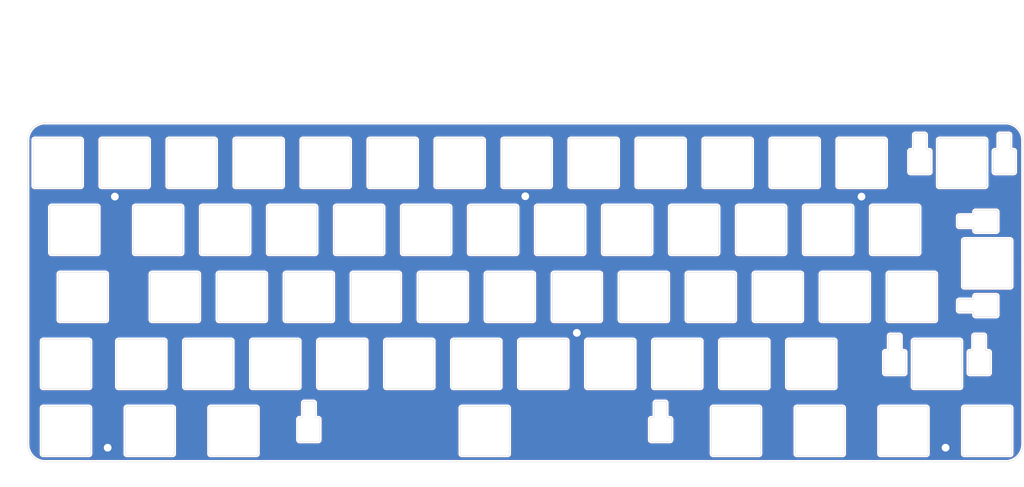
<source format=kicad_pcb>
(kicad_pcb (version 20211014) (generator pcbnew)
  (layers (0 "F.Cu" signal) (31 "B.Cu" signal) (34 "B.Paste" user) (35 "F.Paste" user) (36 "B.SilkS" user "B.Silkscreen") (37 "F.SilkS" user "F.Silkscreen") (38 "B.Mask" user) (39 "F.Mask" user) (44 "Edge.Cuts" user))
  (net 0 "")
  (net 1 "GND")
  (footprint "Env_Extras:MountingHole_2.2mm_M2_DIN965_Pad-MODIFIED" (layer "F.Cu") (at 233.15 122.85)
    (fp_text reference "H1")
    (fp_text value "MountingHole")
    (fp_circle (center 0 0) (end 1 0) (layer "Edge.Cuts") (width 0.1) (fill none))
    (pad "1" thru_hole circle (at 0 0) (size 3.8 3.8) (drill 2.2) (layers *.Cu *.Mask) (net 1 "GND"))
  )
  (footprint "Env_Extras:MountingHole_2.2mm_M2_DIN965_Pad-MODIFIED" (layer "F.Cu") (at 218.5 84)
    (fp_text reference "H9")
    (fp_text value "MountingHole")
    (fp_circle (center 0 0) (end 1 0) (layer "Edge.Cuts") (width 0.1) (fill none))
    (pad "1" thru_hole circle (at 0 0) (size 3.8 3.8) (drill 2.2) (layers *.Cu *.Mask) (net 1 "GND"))
  )
  (footprint "Env_Extras:MountingHole_2.2mm_M2_DIN965_Pad-MODIFIED" (layer "F.Cu") (at 314.1 84.1)
    (fp_text reference "H10")
    (fp_text value "MountingHole")
    (fp_circle (center 0 0) (end 1 0) (layer "Edge.Cuts") (width 0.1) (fill none))
    (pad "1" thru_hole circle (at 0 0) (size 3.8 3.8) (drill 2.2) (layers *.Cu *.Mask) (net 1 "GND"))
  )
  (footprint "Env_Extras:MountingHole_2.2mm_M2_DIN965_Pad-MODIFIED" (layer "F.Cu") (at 99.75 155.5)
    (fp_text reference "H2")
    (fp_text value "MountingHole")
    (fp_circle (center 0 0) (end 1 0) (layer "Edge.Cuts") (width 0.1) (fill none))
    (pad "1" thru_hole circle (at 0 0) (size 3.8 3.8) (drill 2.2) (layers *.Cu *.Mask) (net 1 "GND"))
  )
  (footprint "Env_Extras:MountingHole_2.2mm_M2_DIN965_Pad-MODIFIED" (layer "F.Cu") (at 101.8 84.1)
    (fp_text reference "H4")
    (fp_text value "MountingHole")
    (fp_circle (center 0 0) (end 1 0) (layer "Edge.Cuts") (width 0.1) (fill none))
    (pad "1" thru_hole circle (at 0 0) (size 3.8 3.8) (drill 2.2) (layers *.Cu *.Mask) (net 1 "GND"))
  )
  (footprint "Env_Extras:MountingHole_2.2mm_M2_DIN965_Pad-MODIFIED" (layer "F.Cu") (at 338 155.5)
    (fp_text reference "H6")
    (fp_text value "MountingHole")
    (fp_circle (center 0 0) (end 1 0) (layer "Edge.Cuts") (width 0.1) (fill none))
    (pad "1" thru_hole circle (at 0 0) (size 3.8 3.8) (drill 2.2) (layers *.Cu *.Mask) (net 1 "GND"))
  )
  (gr_arc (start 360 154.5) (mid 358.535534 158.035534) (end 355 159.5) (layer "Edge.Cuts") (width 0.1))
  (gr_arc (start 302.865194 119.621429) (mid 302.511641 119.474982) (end 302.365194 119.121429) (layer "Edge.Cuts") (width 0.1))
  (gr_arc (start 320.908944 134.721429) (mid 320.555423 134.574965) (end 320.408944 134.221429) (layer "Edge.Cuts") (width 0.1))
  (gr_line (start 140.152694 100.071429) (end 140.152694 87.071429) (layer "Edge.Cuts") (width 0.1))
  (gr_line (start 121.890194 138.671429) (end 134.890194 138.671429) (layer "Edge.Cuts") (width 0.1))
  (gr_line (start 173.777694 68.021429) (end 173.777694 81.021429) (layer "Edge.Cuts") (width 0.1))
  (gr_arc (start 99.671444 119.121429) (mid 99.524987 119.474972) (end 99.171444 119.621429) (layer "Edge.Cuts") (width 0.1))
  (gr_arc (start 96.790194 86.571429) (mid 97.143747 86.717876) (end 97.290194 87.071429) (layer "Edge.Cuts") (width 0.1))
  (gr_line (start 263.977694 81.021429) (end 263.977694 68.021429) (layer "Edge.Cuts") (width 0.1))
  (gr_line (start 117.127694 81.521429) (end 130.127694 81.521429) (layer "Edge.Cuts") (width 0.1))
  (gr_line (start 348.858944 123.221429) (end 346.258944 123.221429) (layer "Edge.Cuts") (width 0.1))
  (gr_line (start 79.027694 81.521429) (end 92.027694 81.521429) (layer "Edge.Cuts") (width 0.1))
  (gr_line (start 326.208944 127.871429) (end 325.358944 127.871429) (layer "Edge.Cuts") (width 0.1))
  (gr_arc (start 155.227694 81.521429) (mid 154.874141 81.374982) (end 154.727694 81.021429) (layer "Edge.Cuts") (width 0.1))
  (gr_arc (start 211.877694 68.021429) (mid 212.024141 67.667876) (end 212.377694 67.521429) (layer "Edge.Cuts") (width 0.1))
  (gr_line (start 178.252694 100.071429) (end 178.252694 87.071429) (layer "Edge.Cuts") (width 0.1))
  (gr_line (start 356.846444 109.596429) (end 356.846444 96.596429) (layer "Edge.Cuts") (width 0.1))
  (gr_line (start 163.465194 105.621429) (end 150.465194 105.621429) (layer "Edge.Cuts") (width 0.1))
  (gr_line (start 346.046444 113.296429) (end 341.896444 113.296429) (layer "Edge.Cuts") (width 0.1))
  (gr_line (start 174.277694 81.521429) (end 187.277694 81.521429) (layer "Edge.Cuts") (width 0.1))
  (gr_arc (start 352.896444 93.746429) (mid 352.75 94.1) (end 352.396444 94.246429) (layer "Edge.Cuts") (width 0.1))
  (gr_arc (start 332.002694 66.071429) (mid 332.356247 66.217876) (end 332.502694 66.571429) (layer "Edge.Cuts") (width 0.1))
  (gr_arc (start 330.152694 86.571429) (mid 330.506247 86.717876) (end 330.652694 87.071429) (layer "Edge.Cuts") (width 0.1))
  (gr_line (start 142.033944 143.721429) (end 129.033944 143.721429) (layer "Edge.Cuts") (width 0.1))
  (gr_line (start 283.315194 106.121429) (end 283.315194 119.121429) (layer "Edge.Cuts") (width 0.1))
  (gr_line (start 154.440194 138.171429) (end 154.440194 125.171429) (layer "Edge.Cuts") (width 0.1))
  (gr_line (start 111.577694 81.021429) (end 111.577694 68.021429) (layer "Edge.Cuts") (width 0.1))
  (gr_arc (start 107.602694 100.571429) (mid 107.249141 100.424982) (end 107.102694 100.071429) (layer "Edge.Cuts") (width 0.1))
  (gr_line (start 168.727694 81.021429) (end 168.727694 68.021429) (layer "Edge.Cuts") (width 0.1))
  (gr_arc (start 187.277694 67.521429) (mid 187.631247 67.667876) (end 187.777694 68.021429) (layer "Edge.Cuts") (width 0.1))
  (gr_line (start 245.715194 119.621429) (end 258.715194 119.621429) (layer "Edge.Cuts") (width 0.1))
  (gr_arc (start 346.546444 94.246429) (mid 346.192923 94.099965) (end 346.046444 93.746429) (layer "Edge.Cuts") (width 0.1))
  (gr_line (start 320.408944 128.371429) (end 320.408944 134.221429) (layer "Edge.Cuts") (width 0.1))
  (gr_line (start 217.140194 138.671429) (end 230.140194 138.671429) (layer "Edge.Cuts") (width 0.1))
  (gr_line (start 172.990194 124.671429) (end 159.990194 124.671429) (layer "Edge.Cuts") (width 0.1))
  (gr_line (start 140.440194 125.171429) (end 140.440194 138.171429) (layer "Edge.Cuts") (width 0.1))
  (gr_arc (start 341.896444 92.896429) (mid 341.542923 92.749965) (end 341.396444 92.396429) (layer "Edge.Cuts") (width 0.1))
  (gr_line (start 107.102694 87.071429) (end 107.102694 100.071429) (layer "Edge.Cuts") (width 0.1))
  (gr_line (start 230.140194 124.671429) (end 217.140194 124.671429) (layer "Edge.Cuts") (width 0.1))
  (gr_arc (start 316.365194 119.121429) (mid 316.218747 119.474982) (end 315.865194 119.621429) (layer "Edge.Cuts") (width 0.1))
  (gr_line (start 327.552694 71.221429) (end 327.552694 77.071429) (layer "Edge.Cuts") (width 0.1))
  (gr_line (start 341.396444 113.796429) (end 341.396444 116.396429) (layer "Edge.Cuts") (width 0.1))
  (gr_arc (start 357.852694 77.071429) (mid 357.706247 77.424982) (end 357.352694 77.571429) (layer "Edge.Cuts") (width 0.1))
  (gr_arc (start 177.752694 86.571429) (mid 178.106247 86.717876) (end 178.252694 87.071429) (layer "Edge.Cuts") (width 0.1))
  (gr_line (start 115.840194 124.671429) (end 102.840194 124.671429) (layer "Edge.Cuts") (width 0.1))
  (gr_line (start 99.171444 105.621429) (end 86.171444 105.621429) (layer "Edge.Cuts") (width 0.1))
  (gr_line (start 173.490194 138.171429) (end 173.490194 125.171429) (layer "Edge.Cuts") (width 0.1))
  (gr_arc (start 283.315194 106.121429) (mid 283.461641 105.767876) (end 283.815194 105.621429) (layer "Edge.Cuts") (width 0.1))
  (gr_arc (start 117.127694 81.521429) (mid 116.774141 81.374982) (end 116.627694 81.021429) (layer "Edge.Cuts") (width 0.1))
  (gr_arc (start 188.565194 119.621429) (mid 188.211641 119.474982) (end 188.065194 119.121429) (layer "Edge.Cuts") (width 0.1))
  (gr_arc (start 346.546444 118.246429) (mid 346.192923 118.099965) (end 346.046444 117.746429) (layer "Edge.Cuts") (width 0.1))
  (gr_arc (start 328.902694 66.571429) (mid 329.049141 66.217876) (end 329.402694 66.071429) (layer "Edge.Cuts") (width 0.1))
  (gr_arc (start 258.715194 105.621429) (mid 259.068747 105.767876) (end 259.215194 106.121429) (layer "Edge.Cuts") (width 0.1))
  (gr_line (start 342.846444 144.221429) (end 342.846444 157.221429) (layer "Edge.Cuts") (width 0.1))
  (gr_line (start 356.502694 70.721429) (end 356.502694 66.571429) (layer "Edge.Cuts") (width 0.1))
  (gr_line (start 332.502694 70.721429) (end 332.502694 66.571429) (layer "Edge.Cuts") (width 0.1))
  (gr_line (start 121.102694 100.071429) (end 121.102694 87.071429) (layer "Edge.Cuts") (width 0.1))
  (gr_line (start 183.015194 119.121429) (end 183.015194 106.121429) (layer "Edge.Cuts") (width 0.1))
  (gr_line (start 118.221444 143.721429) (end 105.221444 143.721429) (layer "Edge.Cuts") (width 0.1))
  (gr_arc (start 344.408944 128.371429) (mid 344.555388 128.017858) (end 344.908944 127.871429) (layer "Edge.Cuts") (width 0.1))
  (gr_arc (start 344.908944 134.721429) (mid 344.555423 134.574965) (end 344.408944 134.221429) (layer "Edge.Cuts") (width 0.1))
  (gr_arc (start 333.352694 70.721429) (mid 333.706247 70.867876) (end 333.852694 71.221429) (layer "Edge.Cuts") (width 0.1))
  (gr_arc (start 316.652694 87.071429) (mid 316.799141 86.717876) (end 317.152694 86.571429) (layer "Edge.Cuts") (width 0.1))
  (gr_line (start 96.790194 86.571429) (end 83.790194 86.571429) (layer "Edge.Cuts") (width 0.1))
  (gr_arc (start 193.327694 81.521429) (mid 192.974141 81.374982) (end 192.827694 81.021429) (layer "Edge.Cuts") (width 0.1))
  (gr_line (start 182.515194 105.621429) (end 169.515194 105.621429) (layer "Edge.Cuts") (width 0.1))
  (gr_arc (start 249.690194 138.171429) (mid 249.543747 138.524982) (end 249.190194 138.671429) (layer "Edge.Cuts") (width 0.1))
  (gr_arc (start 202.352694 87.071429) (mid 202.499141 86.717876) (end 202.852694 86.571429) (layer "Edge.Cuts") (width 0.1))
  (gr_arc (start 352.896444 117.746429) (mid 352.75 118.1) (end 352.396444 118.246429) (layer "Edge.Cuts") (width 0.1))
  (gr_line (start 292.840194 125.171429) (end 292.840194 138.171429) (layer "Edge.Cuts") (width 0.1))
  (gr_arc (start 164.252694 87.071429) (mid 164.399141 86.717876) (end 164.752694 86.571429) (layer "Edge.Cuts") (width 0.1))
  (gr_arc (start 168.727694 81.021429) (mid 168.581247 81.374982) (end 168.227694 81.521429) (layer "Edge.Cuts") (width 0.1))
  (gr_line (start 149.965194 106.121429) (end 149.965194 119.121429) (layer "Edge.Cuts") (width 0.1))
  (gr_arc (start 235.402694 100.071429) (mid 235.256247 100.424982) (end 234.902694 100.571429) (layer "Edge.Cuts") (width 0.1))
  (gr_line (start 97.290194 100.071429) (end 97.290194 87.071429) (layer "Edge.Cuts") (width 0.1))
  (gr_line (start 213.971444 157.221429) (end 213.971444 144.221429) (layer "Edge.Cuts") (width 0.1))
  (gr_line (start 302.865194 119.621429) (end 315.865194 119.621429) (layer "Edge.Cuts") (width 0.1))
  (gr_line (start 196.802694 86.571429) (end 183.802694 86.571429) (layer "Edge.Cuts") (width 0.1))
  (gr_arc (start 126.652694 100.571429) (mid 126.299141 100.424982) (end 126.152694 100.071429) (layer "Edge.Cuts") (width 0.1))
  (gr_arc (start 334.915194 105.621429) (mid 335.268747 105.767876) (end 335.415194 106.121429) (layer "Edge.Cuts") (width 0.1))
  (gr_arc (start 288.077694 68.021429) (mid 288.224141 67.667876) (end 288.577694 67.521429) (layer "Edge.Cuts") (width 0.1))
  (gr_arc (start 163.465194 105.621429) (mid 163.818747 105.767876) (end 163.965194 106.121429) (layer "Edge.Cuts") (width 0.1))
  (gr_line (start 139.652694 86.571429) (end 126.652694 86.571429) (layer "Edge.Cuts") (width 0.1))
  (gr_arc (start 244.427694 67.521429) (mid 244.781247 67.667876) (end 244.927694 68.021429) (layer "Edge.Cuts") (width 0.1))
  (gr_arc (start 145.702694 100.571429) (mid 145.349141 100.424982) (end 145.202694 100.071429) (layer "Edge.Cuts") (width 0.1))
  (gr_line (start 311.602694 100.071429) (end 311.602694 87.071429) (layer "Edge.Cuts") (width 0.1))
  (gr_arc (start 216.352694 100.071429) (mid 216.206247 100.424982) (end 215.852694 100.571429) (layer "Edge.Cuts") (width 0.1))
  (gr_line (start 273.002694 86.571429) (end 260.002694 86.571429) (layer "Edge.Cuts") (width 0.1))
  (gr_arc (start 111.865194 106.121429) (mid 112.011641 105.767876) (end 112.365194 105.621429) (layer "Edge.Cuts") (width 0.1))
  (gr_line (start 135.390194 138.171429) (end 135.390194 125.171429) (layer "Edge.Cuts") (width 0.1))
  (gr_arc (start 346.046444 88.446429) (mid 346.192888 88.092858) (end 346.546444 87.946429) (layer "Edge.Cuts") (width 0.1))
  (gr_line (start 240.452694 87.071429) (end 240.452694 100.071429) (layer "Edge.Cuts") (width 0.1))
  (gr_line (start 153.940194 124.671429) (end 140.940194 124.671429) (layer "Edge.Cuts") (width 0.1))
  (gr_arc (start 135.677694 68.021429) (mid 135.824141 67.667876) (end 136.177694 67.521429) (layer "Edge.Cuts") (width 0.1))
  (gr_line (start 154.727694 68.021429) (end 154.727694 81.021429) (layer "Edge.Cuts") (width 0.1))
  (gr_arc (start 285.408944 157.221429) (mid 285.262487 157.574972) (end 284.908944 157.721429) (layer "Edge.Cuts") (width 0.1))
  (gr_line (start 144.915194 119.121429) (end 144.915194 106.121429) (layer "Edge.Cuts") (width 0.1))
  (gr_arc (start 197.302694 100.071429) (mid 197.156247 100.424982) (end 196.802694 100.571429) (layer "Edge.Cuts") (width 0.1))
  (gr_arc (start 274.290194 138.671429) (mid 273.936641 138.524982) (end 273.790194 138.171429) (layer "Edge.Cuts") (width 0.1))
  (gr_line (start 277.765194 105.621429) (end 264.765194 105.621429) (layer "Edge.Cuts") (width 0.1))
  (gr_arc (start 169.015194 106.121429) (mid 169.161641 105.767876) (end 169.515194 105.621429) (layer "Edge.Cuts") (width 0.1))
  (gr_arc (start 158.702694 86.571429) (mid 159.056247 86.717876) (end 159.202694 87.071429) (layer "Edge.Cuts") (width 0.1))
  (gr_arc (start 278.552694 87.071429) (mid 278.699141 86.717876) (end 279.052694 86.571429) (layer "Edge.Cuts") (width 0.1))
  (gr_line (start 336.202694 81.521429) (end 349.202694 81.521429) (layer "Edge.Cuts") (width 0.1))
  (gr_arc (start 342.558944 138.171429) (mid 342.4125 138.525) (end 342.058944 138.671429) (layer "Edge.Cuts") (width 0.1))
  (gr_line (start 249.690194 138.171429) (end 249.690194 125.171429) (layer "Edge.Cuts") (width 0.1))
  (gr_arc (start 82 159.5) (mid 78.464466 158.035534) (end 77 154.5) (layer "Edge.Cuts") (width 0.1))
  (gr_arc (start 324.858944 123.221429) (mid 325.212465 123.367893) (end 325.358944 123.721429) (layer "Edge.Cuts") (width 0.1))
  (gr_arc (start 311.102694 86.571429) (mid 311.456247 86.717876) (end 311.602694 87.071429) (layer "Edge.Cuts") (width 0.1))
  (gr_arc (start 144.415194 105.621429) (mid 144.768747 105.767876) (end 144.915194 106.121429) (layer "Edge.Cuts") (width 0.1))
  (gr_line (start 292.052694 86.571429) (end 279.052694 86.571429) (layer "Edge.Cuts") (width 0.1))
  (gr_arc (start 179.040194 138.671429) (mid 178.686641 138.524982) (end 178.540194 138.171429) (layer "Edge.Cuts") (width 0.1))
  (gr_line (start 92.527694 81.021429) (end 92.527694 68.021429) (layer "Edge.Cuts") (width 0.1))
  (gr_line (start 159.202694 100.071429) (end 159.202694 87.071429) (layer "Edge.Cuts") (width 0.1))
  (gr_line (start 197.590194 125.171429) (end 197.590194 138.171429) (layer "Edge.Cuts") (width 0.1))
  (gr_arc (start 321.415194 106.121429) (mid 321.561641 105.767876) (end 321.915194 105.621429) (layer "Edge.Cuts") (width 0.1))
  (gr_line (start 350.708944 134.221429) (end 350.708944 128.371429) (layer "Edge.Cuts") (width 0.1))
  (gr_line (start 351.552694 71.221429) (end 351.552694 77.071429) (layer "Edge.Cuts") (width 0.1))
  (gr_line (start 221.115194 119.121429) (end 221.115194 106.121429) (layer "Edge.Cuts") (width 0.1))
  (gr_line (start 131.415194 119.621429) (end 144.415194 119.621429) (layer "Edge.Cuts") (width 0.1))
  (gr_line (start 297.602694 87.071429) (end 297.602694 100.071429) (layer "Edge.Cuts") (width 0.1))
  (gr_arc (start 98.077694 81.521429) (mid 97.724141 81.374982) (end 97.577694 81.021429) (layer "Edge.Cuts") (width 0.1))
  (gr_arc (start 173.777694 68.021429) (mid 173.924141 67.667876) (end 174.277694 67.521429) (layer "Edge.Cuts") (width 0.1))
  (gr_line (start 287.290194 124.671429) (end 274.290194 124.671429) (layer "Edge.Cuts") (width 0.1))
  (gr_arc (start 221.115194 119.121429) (mid 220.968747 119.474982) (end 220.615194 119.621429) (layer "Edge.Cuts") (width 0.1))
  (gr_line (start 342.058944 124.671429) (end 329.058944 124.671429) (layer "Edge.Cuts") (width 0.1))
  (gr_line (start 330.152694 86.571429) (end 317.152694 86.571429) (layer "Edge.Cuts") (width 0.1))
  (gr_arc (start 255.240194 138.671429) (mid 254.886641 138.524982) (end 254.740194 138.171429) (layer "Edge.Cuts") (width 0.1))
  (gr_line (start 183.802694 100.571429) (end 196.802694 100.571429) (layer "Edge.Cuts") (width 0.1))
  (gr_line (start 188.565194 119.621429) (end 201.565194 119.621429) (layer "Edge.Cuts") (width 0.1))
  (gr_line (start 98.077694 81.521429) (end 111.077694 81.521429) (layer "Edge.Cuts") (width 0.1))
  (gr_line (start 298.102694 100.571429) (end 311.102694 100.571429) (layer "Edge.Cuts") (width 0.1))
  (gr_line (start 346.046444 88.446429) (end 346.046444 89.296429) (layer "Edge.Cuts") (width 0.1))
  (gr_arc (start 211.090194 124.671429) (mid 211.443747 124.817876) (end 211.590194 125.171429) (layer "Edge.Cuts") (width 0.1))
  (gr_line (start 295.221444 144.221429) (end 295.221444 157.221429) (layer "Edge.Cuts") (width 0.1))
  (gr_arc (start 253.821444 147.421429) (mid 253.967901 147.067886) (end 254.321444 146.921429) (layer "Edge.Cuts") (width 0.1))
  (gr_arc (start 121.390194 125.171429) (mid 121.536641 124.817876) (end 121.890194 124.671429) (layer "Edge.Cuts") (width 0.1))
  (gr_line (start 187.277694 67.521429) (end 174.277694 67.521429) (layer "Edge.Cuts") (width 0.1))
  (gr_line (start 345.758944 127.871429) (end 344.908944 127.871429) (layer "Edge.Cuts") (width 0.1))
  (gr_line (start 249.190194 124.671429) (end 236.190194 124.671429) (layer "Edge.Cuts") (width 0.1))
  (gr_line (start 197.302694 100.071429) (end 197.302694 87.071429) (layer "Edge.Cuts") (width 0.1))
  (gr_arc (start 349.702694 81.021429) (mid 349.556247 81.374982) (end 349.202694 81.521429) (layer "Edge.Cuts") (width 0.1))
  (gr_line (start 116.340194 138.171429) (end 116.340194 125.171429) (layer "Edge.Cuts") (width 0.1))
  (gr_arc (start 258.271444 142.271429) (mid 258.624993 142.41788) (end 258.771444 142.771429) (layer "Edge.Cuts") (width 0.1))
  (gr_line (start 164.252694 87.071429) (end 164.252694 100.071429) (layer "Edge.Cuts") (width 0.1))
  (gr_line (start 352.396444 111.946429) (end 346.546444 111.946429) (layer "Edge.Cuts") (width 0.1))
  (gr_line (start 220.615194 105.621429) (end 207.615194 105.621429) (layer "Edge.Cuts") (width 0.1))
  (gr_arc (start 174.277694 81.521429) (mid 173.924141 81.374982) (end 173.777694 81.021429) (layer "Edge.Cuts") (width 0.1))
  (gr_line (start 343.346444 157.721429) (end 356.346444 157.721429) (layer "Edge.Cuts") (width 0.1))
  (gr_arc (start 349.202694 67.521429) (mid 349.556247 67.667876) (end 349.702694 68.021429) (layer "Edge.Cuts") (width 0.1))
  (gr_arc (start 345.758944 123.721429) (mid 345.905388 123.367858) (end 346.258944 123.221429) (layer "Edge.Cuts") (width 0.1))
  (gr_arc (start 211.590194 138.171429) (mid 211.443747 138.524982) (end 211.090194 138.671429) (layer "Edge.Cuts") (width 0.1))
  (gr_line (start 274.290194 138.671429) (end 287.290194 138.671429) (layer "Edge.Cuts") (width 0.1))
  (gr_arc (start 206.827694 81.021429) (mid 206.681247 81.374982) (end 206.327694 81.521429) (layer "Edge.Cuts") (width 0.1))
  (gr_arc (start 154.321444 153.771429) (mid 153.967895 153.624978) (end 153.821444 153.271429) (layer "Edge.Cuts") (width 0.1))
  (gr_line (start 350.208944 127.871429) (end 349.358944 127.871429) (layer "Edge.Cuts") (width 0.1))
  (gr_arc (start 273.502694 100.071429) (mid 273.356247 100.424982) (end 273.002694 100.571429) (layer "Edge.Cuts") (width 0.1))
  (gr_arc (start 341.396444 89.796429) (mid 341.542888 89.442858) (end 341.896444 89.296429) (layer "Edge.Cuts") (width 0.1))
  (gr_arc (start 320.408944 128.371429) (mid 320.555388 128.017858) (end 320.908944 127.871429) (layer "Edge.Cuts") (width 0.1))
  (gr_arc (start 240.165194 119.121429) (mid 240.018747 119.474982) (end 239.665194 119.621429) (layer "Edge.Cuts") (width 0.1))
  (gr_line (start 346.046444 112.446429) (end 346.046444 113.296429) (layer "Edge.Cuts") (width 0.1))
  (gr_line (start 216.640194 125.171429) (end 216.640194 138.171429) (layer "Edge.Cuts") (width 0.1))
  (gr_line (start 168.227694 67.521429) (end 155.227694 67.521429) (layer "Edge.Cuts") (width 0.1))
  (gr_line (start 341.896444 92.896429) (end 346.046444 92.896429) (layer "Edge.Cuts") (width 0.1))
  (gr_line (start 155.227694 81.521429) (end 168.227694 81.521429) (layer "Edge.Cuts") (width 0.1))
  (gr_arc (start 183.302694 87.071429) (mid 183.449141 86.717876) (end 183.802694 86.571429) (layer "Edge.Cuts") (width 0.1))
  (gr_arc (start 173.490194 138.171429) (mid 173.343747 138.524982) (end 172.990194 138.671429) (layer "Edge.Cuts") (width 0.1))
  (gr_arc (start 268.740194 138.171429) (mid 268.593747 138.524982) (end 268.240194 138.671429) (layer "Edge.Cuts") (width 0.1))
  (gr_line (start 200.471444 157.721429) (end 213.471444 157.721429) (layer "Edge.Cuts") (width 0.1))
  (gr_arc (start 235.690194 125.171429) (mid 235.836641 124.817876) (end 236.190194 124.671429) (layer "Edge.Cuts") (width 0.1))
  (gr_line (start 135.677694 68.021429) (end 135.677694 81.021429) (layer "Edge.Cuts") (width 0.1))
  (gr_arc (start 249.977694 68.021429) (mid 250.124141 67.667876) (end 250.477694 67.521429) (layer "Edge.Cuts") (width 0.1))
  (gr_arc (start 330.652694 100.071429) (mid 330.506247 100.424982) (end 330.152694 100.571429) (layer "Edge.Cuts") (width 0.1))
  (gr_arc (start 130.127694 67.521429) (mid 130.481247 67.667876) (end 130.627694 68.021429) (layer "Edge.Cuts") (width 0.1))
  (gr_arc (start 239.665194 105.621429) (mid 240.018747 105.767876) (end 240.165194 106.121429) (layer "Edge.Cuts") (width 0.1))
  (gr_arc (start 134.890194 124.671429) (mid 135.243747 124.817876) (end 135.390194 125.171429) (layer "Edge.Cuts") (width 0.1))
  (gr_line (start 278.265194 119.121429) (end 278.265194 106.121429) (layer "Edge.Cuts") (width 0.1))
  (gr_arc (start 333.033944 157.221429) (mid 332.8875 157.575) (end 332.533944 157.721429) (layer "Edge.Cuts") (width 0.1))
  (gr_arc (start 155.171444 142.771429) (mid 155.317901 142.417886) (end 155.671444 142.271429) (layer "Edge.Cuts") (width 0.1))
  (gr_line (start 328.558944 125.171429) (end 328.558944 138.171429) (layer "Edge.Cuts") (width 0.1))
  (gr_arc (start 342.846444 96.596429) (mid 342.992888 96.242858) (end 343.346444 96.096429) (layer "Edge.Cuts") (width 0.1))
  (gr_line (start 259.215194 119.121429) (end 259.215194 106.121429) (layer "Edge.Cuts") (width 0.1))
  (gr_line (start 92.027694 67.521429) (end 79.027694 67.521429) (layer "Edge.Cuts") (width 0.1))
  (gr_arc (start 230.640194 138.171429) (mid 230.493747 138.524982) (end 230.140194 138.671429) (layer "Edge.Cuts") (width 0.1))
  (gr_arc (start 356.346444 143.721429) (mid 356.699965 143.867893) (end 356.846444 144.221429) (layer "Edge.Cuts") (width 0.1))
  (gr_arc (start 197.590194 125.171429) (mid 197.736641 124.817876) (end 198.090194 124.671429) (layer "Edge.Cuts") (width 0.1))
  (gr_arc (start 240.952694 100.571429) (mid 240.599141 100.424982) (end 240.452694 100.071429) (layer "Edge.Cuts") (width 0.1))
  (gr_line (start 134.890194 124.671429) (end 121.890194 124.671429) (layer "Edge.Cuts") (width 0.1))
  (gr_line (start 254.452694 100.071429) (end 254.452694 87.071429) (layer "Edge.Cuts") (width 0.1))
  (gr_line (start 333.852694 77.071429) (end 333.852694 71.221429) (layer "Edge.Cuts") (width 0.1))
  (gr_arc (start 140.940194 138.671429) (mid 140.586641 138.524982) (end 140.440194 138.171429) (layer "Edge.Cuts") (width 0.1))
  (gr_arc (start 99.171444 105.621429) (mid 99.524993 105.76788) (end 99.671444 106.121429) (layer "Edge.Cuts") (width 0.1))
  (gr_line (start 320.627694 67.521429) (end 307.627694 67.521429) (layer "Edge.Cuts") (width 0.1))
  (gr_line (start 302.077694 81.021429) (end 302.077694 68.021429) (layer "Edge.Cuts") (width 0.1))
  (gr_line (start 258.715194 105.621429) (end 245.715194 105.621429) (layer "Edge.Cuts") (width 0.1))
  (gr_line (start 279.052694 100.571429) (end 292.052694 100.571429) (layer "Edge.Cuts") (width 0.1))
  (gr_line (start 253.821444 147.421429) (end 253.821444 153.271429) (layer "Edge.Cuts") (width 0.1))
  (gr_line (start 126.152694 87.071429) (end 126.152694 100.071429) (layer "Edge.Cuts") (width 0.1))
  (gr_arc (start 264.765194 119.621429) (mid 264.411641 119.474982) (end 264.265194 119.121429) (layer "Edge.Cuts") (width 0.1))
  (gr_arc (start 80.908944 144.221429) (mid 81.05538 143.867865) (end 81.408944 143.721429) (layer "Edge.Cuts") (width 0.1))
  (gr_line (start 308.721444 143.721429) (end 295.721444 143.721429) (layer "Edge.Cuts") (width 0.1))
  (gr_arc (start 350.208944 127.871429) (mid 350.562465 128.017893) (end 350.708944 128.371429) (layer "Edge.Cuts") (width 0.1))
  (gr_line (start 159.490194 125.171429) (end 159.490194 138.171429) (layer "Edge.Cuts") (width 0.1))
  (gr_arc (start 321.915194 119.621429) (mid 321.561641 119.474982) (end 321.415194 119.121429) (layer "Edge.Cuts") (width 0.1))
  (gr_arc (start 351.552694 71.221429) (mid 351.699141 70.867876) (end 352.052694 70.721429) (layer "Edge.Cuts") (width 0.1))
  (gr_arc (start 140.152694 100.071429) (mid 140.006247 100.424982) (end 139.652694 100.571429) (layer "Edge.Cuts") (width 0.1))
  (gr_line (start 158.702694 86.571429) (end 145.702694 86.571429) (layer "Edge.Cuts") (width 0.1))
  (gr_line (start 80.908944 144.221429) (end 80.908944 157.221429) (layer "Edge.Cuts") (width 0.1))
  (gr_line (start 326.708944 134.221429) (end 326.708944 128.371429) (layer "Edge.Cuts") (width 0.1))
  (gr_line (start 335.702694 68.021429) (end 335.702694 81.021429) (layer "Edge.Cuts") (width 0.1))
  (gr_line (start 334.915194 105.621429) (end 321.915194 105.621429) (layer "Edge.Cuts") (width 0.1))
  (gr_arc (start 269.527694 81.521429) (mid 269.174141 81.374982) (end 269.027694 81.021429) (layer "Edge.Cuts") (width 0.1))
  (gr_line (start 325.358944 127.871429) (end 325.358944 123.721429) (layer "Edge.Cuts") (width 0.1))
  (gr_line (start 263.477694 67.521429) (end 250.477694 67.521429) (layer "Edge.Cuts") (width 0.1))
  (gr_arc (start 192.040194 124.671429) (mid 192.393747 124.817876) (end 192.540194 125.171429) (layer "Edge.Cuts") (width 0.1))
  (gr_line (start 158.271444 142.271429) (end 155.671444 142.271429) (layer "Edge.Cuts") (width 0.1))
  (gr_arc (start 94.908944 138.171429) (mid 94.762487 138.524972) (end 94.408944 138.671429) (layer "Edge.Cuts") (width 0.1))
  (gr_line (start 332.002694 66.071429) (end 329.402694 66.071429) (layer "Edge.Cuts") (width 0.1))
  (gr_line (start 349.202694 67.521429) (end 336.202694 67.521429) (layer "Edge.Cuts") (width 0.1))
  (gr_arc (start 260.002694 100.571429) (mid 259.649141 100.424982) (end 259.502694 100.071429) (layer "Edge.Cuts") (width 0.1))
  (gr_arc (start 356.846444 109.596429) (mid 356.7 109.95) (end 356.346444 110.096429) (layer "Edge.Cuts") (width 0.1))
  (gr_arc (start 102.340194 125.171429) (mid 102.486641 124.817876) (end 102.840194 124.671429) (layer "Edge.Cuts") (width 0.1))
  (gr_arc (start 352.902694 66.571429) (mid 353.049141 66.217876) (end 353.402694 66.071429) (layer "Edge.Cuts") (width 0.1))
  (gr_line (start 202.352694 87.071429) (end 202.352694 100.071429) (layer "Edge.Cuts") (width 0.1))
  (gr_line (start 118.721444 157.221429) (end 118.721444 144.221429) (layer "Edge.Cuts") (width 0.1))
  (gr_line (start 142.533944 157.221429) (end 142.533944 144.221429) (layer "Edge.Cuts") (width 0.1))
  (gr_arc (start 213.471444 143.721429) (mid 213.824993 143.86788) (end 213.971444 144.221429) (layer "Edge.Cuts") (width 0.1))
  (gr_arc (start 269.027694 68.021429) (mid 269.174141 67.667876) (end 269.527694 67.521429) (layer "Edge.Cuts") (width 0.1))
  (gr_arc (start 107.102694 87.071429) (mid 107.249141 86.717876) (end 107.602694 86.571429) (layer "Edge.Cuts") (width 0.1))
  (gr_line (start 259.502694 87.071429) (end 259.502694 100.071429) (layer "Edge.Cuts") (width 0.1))
  (gr_line (start 234.902694 86.571429) (end 221.902694 86.571429) (layer "Edge.Cuts") (width 0.1))
  (gr_arc (start 97.290194 100.071429) (mid 97.143747 100.424982) (end 96.790194 100.571429) (layer "Edge.Cuts") (width 0.1))
  (gr_arc (start 94.908944 157.221429) (mid 94.762487 157.574972) (end 94.408944 157.721429) (layer "Edge.Cuts") (width 0.1))
  (gr_line (start 145.202694 87.071429) (end 145.202694 100.071429) (layer "Edge.Cuts") (width 0.1))
  (gr_arc (start 279.052694 100.571429) (mid 278.699141 100.424982) (end 278.552694 100.071429) (layer "Edge.Cuts") (width 0.1))
  (gr_line (start 235.690194 125.171429) (end 235.690194 138.171429) (layer "Edge.Cuts") (width 0.1))
  (gr_arc (start 302.365194 106.121429) (mid 302.511641 105.767876) (end 302.865194 105.621429) (layer "Edge.Cuts") (width 0.1))
  (gr_arc (start 80.908944 125.171429) (mid 81.05538 124.817865) (end 81.408944 124.671429) (layer "Edge.Cuts") (width 0.1))
  (gr_line (start 301.577694 67.521429) (end 288.577694 67.521429) (layer "Edge.Cuts") (width 0.1))
  (gr_arc (start 198.090194 138.671429) (mid 197.736641 138.524982) (end 197.590194 138.171429) (layer "Edge.Cuts") (width 0.1))
  (gr_line (start 207.615194 119.621429) (end 220.615194 119.621429) (layer "Edge.Cuts") (width 0.1))
  (gr_arc (start 230.927694 68.021429) (mid 231.074141 67.667876) (end 231.427694 67.521429) (layer "Edge.Cuts") (width 0.1))
  (gr_arc (start 328.052694 77.571429) (mid 327.699141 77.424982) (end 327.552694 77.071429) (layer "Edge.Cuts") (width 0.1))
  (gr_line (start 126.652694 100.571429) (end 139.652694 100.571429) (layer "Edge.Cuts") (width 0.1))
  (gr_arc (start 273.002694 86.571429) (mid 273.356247 86.717876) (end 273.502694 87.071429) (layer "Edge.Cuts") (width 0.1))
  (gr_line (start 206.827694 81.021429) (end 206.827694 68.021429) (layer "Edge.Cuts") (width 0.1))
  (gr_line (start 188.065194 106.121429) (end 188.065194 119.121429) (layer "Edge.Cuts") (width 0.1))
  (gr_arc (start 259.502694 87.071429) (mid 259.649141 86.717876) (end 260.002694 86.571429) (layer "Edge.Cuts") (width 0.1))
  (gr_line (start 187.777694 81.021429) (end 187.777694 68.021429) (layer "Edge.Cuts") (width 0.1))
  (gr_arc (start 333.852694 77.071429) (mid 333.706247 77.424982) (end 333.352694 77.571429) (layer "Edge.Cuts") (width 0.1))
  (gr_arc (start 250.477694 81.521429) (mid 250.124141 81.374982) (end 249.977694 81.021429) (layer "Edge.Cuts") (width 0.1))
  (gr_arc (start 153.940194 124.671429) (mid 154.293747 124.817876) (end 154.440194 125.171429) (layer "Edge.Cuts") (width 0.1))
  (gr_arc (start 196.802694 86.571429) (mid 197.156247 86.717876) (end 197.302694 87.071429) (layer "Edge.Cuts") (width 0.1))
  (gr_arc (start 295.221444 144.221429) (mid 295.367901 143.867886) (end 295.721444 143.721429) (layer "Edge.Cuts") (width 0.1))
  (gr_line (start 94.908944 157.221429) (end 94.908944 144.221429) (layer "Edge.Cuts") (width 0.1))
  (gr_line (start 260.121444 153.271429) (end 260.121444 147.421429) (layer "Edge.Cuts") (width 0.1))
  (gr_line (start 329.058944 138.671429) (end 342.058944 138.671429) (layer "Edge.Cuts") (width 0.1))
  (gr_arc (start 225.377694 67.521429) (mid 225.731247 67.667876) (end 225.877694 68.021429) (layer "Edge.Cuts") (width 0.1))
  (gr_line (start 150.465194 119.621429) (end 163.465194 119.621429) (layer "Edge.Cuts") (width 0.1))
  (gr_line (start 344.408944 128.371429) (end 344.408944 134.221429) (layer "Edge.Cuts") (width 0.1))
  (gr_line (start 226.665194 119.621429) (end 239.665194 119.621429) (layer "Edge.Cuts") (width 0.1))
  (gr_line (start 245.215194 106.121429) (end 245.215194 119.121429) (layer "Edge.Cuts") (width 0.1))
  (gr_line (start 94.408944 143.721429) (end 81.408944 143.721429) (layer "Edge.Cuts") (width 0.1))
  (gr_line (start 240.165194 119.121429) (end 240.165194 106.121429) (layer "Edge.Cuts") (width 0.1))
  (gr_arc (start 327.552694 71.221429) (mid 327.699141 70.867876) (end 328.052694 70.721429) (layer "Edge.Cuts") (width 0.1))
  (gr_arc (start 120.602694 86.571429) (mid 120.956247 86.717876) (end 121.102694 87.071429) (layer "Edge.Cuts") (width 0.1))
  (gr_line (start 278.552694 87.071429) (end 278.552694 100.071429) (layer "Edge.Cuts") (width 0.1))
  (gr_line (start 159.990194 138.671429) (end 172.990194 138.671429) (layer "Edge.Cuts") (width 0.1))
  (gr_arc (start 142.533944 157.221429) (mid 142.387487 157.574972) (end 142.033944 157.721429) (layer "Edge.Cuts") (width 0.1))
  (gr_line (start 341.896444 116.896429) (end 346.046444 116.896429) (layer "Edge.Cuts") (width 0.1))
  (gr_line (start 273.790194 125.171429) (end 273.790194 138.171429) (layer "Edge.Cuts") (width 0.1))
  (gr_arc (start 79.027694 81.521429) (mid 78.674141 81.374982) (end 78.527694 81.021429) (layer "Edge.Cuts") (width 0.1))
  (gr_arc (start 326.208944 127.871429) (mid 326.562465 128.017893) (end 326.708944 128.371429) (layer "Edge.Cuts") (width 0.1))
  (gr_arc (start 315.865194 105.621429) (mid 316.218747 105.767876) (end 316.365194 106.121429) (layer "Edge.Cuts") (width 0.1))
  (gr_arc (start 94.408944 124.671429) (mid 94.762493 124.81788) (end 94.908944 125.171429) (layer "Edge.Cuts") (width 0.1))
  (gr_arc (start 207.615194 119.621429) (mid 207.261641 119.474982) (end 207.115194 119.121429) (layer "Edge.Cuts") (width 0.1))
  (gr_line (start 226.165194 106.121429) (end 226.165194 119.121429) (layer "Edge.Cuts") (width 0.1))
  (gr_line (start 346.046444 89.296429) (end 341.896444 89.296429) (layer "Edge.Cuts") (width 0.1))
  (gr_line (start 202.852694 100.571429) (end 215.852694 100.571429) (layer "Edge.Cuts") (width 0.1))
  (gr_line (start 235.402694 100.071429) (end 235.402694 87.071429) (layer "Edge.Cuts") (width 0.1))
  (gr_line (start 345.758944 123.721429) (end 345.758944 127.871429) (layer "Edge.Cuts") (width 0.1))
  (gr_arc (start 311.602694 100.071429) (mid 311.456247 100.424982) (end 311.102694 100.571429) (layer "Edge.Cuts") (width 0.1))
  (gr_line (start 213.471444 143.721429) (end 200.471444 143.721429) (layer "Edge.Cuts") (width 0.1))
  (gr_arc (start 292.840194 125.171429) (mid 292.986641 124.817876) (end 293.340194 124.671429) (layer "Edge.Cuts") (width 0.1))
  (gr_arc (start 136.177694 81.521429) (mid 135.824141 81.374982) (end 135.677694 81.021429) (layer "Edge.Cuts") (width 0.1))
  (gr_arc (start 263.977694 81.021429) (mid 263.831247 81.374982) (end 263.477694 81.521429) (layer "Edge.Cuts") (width 0.1))
  (gr_line (start 343.346444 110.096429) (end 356.346444 110.096429) (layer "Edge.Cuts") (width 0.1))
  (gr_line (start 332.533944 143.721429) (end 319.533944 143.721429) (layer "Edge.Cuts") (width 0.1))
  (gr_arc (start 307.627694 81.521429) (mid 307.274141 81.374982) (end 307.127694 81.021429) (layer "Edge.Cuts") (width 0.1))
  (gr_arc (start 283.027694 81.021429) (mid 282.881247 81.374982) (end 282.527694 81.521429) (layer "Edge.Cuts") (width 0.1))
  (gr_arc (start 352.396444 87.946429) (mid 352.749965 88.092893) (end 352.896444 88.446429) (layer "Edge.Cuts") (width 0.1))
  (gr_arc (start 254.452694 100.071429) (mid 254.306247 100.424982) (end 253.952694 100.571429) (layer "Edge.Cuts") (width 0.1))
  (gr_line (start 254.321444 153.771429) (end 259.621444 153.771429) (layer "Edge.Cuts") (width 0.1))
  (gr_arc (start 308.721444 143.721429) (mid 309.074965 143.867893) (end 309.221444 144.221429) (layer "Edge.Cuts") (width 0.1))
  (gr_line (start 249.977694 68.021429) (end 249.977694 81.021429) (layer "Edge.Cuts") (width 0.1))
  (gr_line (start 356.346444 96.096429) (end 343.346444 96.096429) (layer "Edge.Cuts") (width 0.1))
  (gr_arc (start 307.127694 68.021429) (mid 307.274141 67.667876) (end 307.627694 67.521429) (layer "Edge.Cuts") (width 0.1))
  (gr_arc (start 319.533944 157.721429) (mid 319.180423 157.574965) (end 319.033944 157.221429) (layer "Edge.Cuts") (width 0.1))
  (gr_line (start 83.290194 87.071429) (end 83.290194 100.071429) (layer "Edge.Cuts") (width 0.1))
  (gr_arc (start 287.290194 124.671429) (mid 287.643747 124.817876) (end 287.790194 125.171429) (layer "Edge.Cuts") (width 0.1))
  (gr_line (start 120.602694 86.571429) (end 107.602694 86.571429) (layer "Edge.Cuts") (width 0.1))
  (gr_line (start 144.415194 105.621429) (end 131.415194 105.621429) (layer "Edge.Cuts") (width 0.1))
  (gr_arc (start 319.033944 144.221429) (mid 319.180388 143.867858) (end 319.533944 143.721429) (layer "Edge.Cuts") (width 0.1))
  (gr_line (start 346.546444 94.246429) (end 352.396444 94.246429) (layer "Edge.Cuts") (width 0.1))
  (gr_arc (start 78.527694 68.021429) (mid 78.674141 67.667876) (end 79.027694 67.521429) (layer "Edge.Cuts") (width 0.1))
  (gr_arc (start 240.452694 87.071429) (mid 240.599141 86.717876) (end 240.952694 86.571429) (layer "Edge.Cuts") (width 0.1))
  (gr_arc (start 298.102694 100.571429) (mid 297.749141 100.424982) (end 297.602694 100.071429) (layer "Edge.Cuts") (width 0.1))
  (gr_line (start 230.927694 68.021429) (end 230.927694 81.021429) (layer "Edge.Cuts") (width 0.1))
  (gr_line (start 221.402694 87.071429) (end 221.402694 100.071429) (layer "Edge.Cuts") (width 0.1))
  (gr_line (start 352.396444 87.946429) (end 346.546444 87.946429) (layer "Edge.Cuts") (width 0.1))
  (gr_arc (start 245.215194 106.121429) (mid 245.361641 105.767876) (end 245.715194 105.621429) (layer "Edge.Cuts") (width 0.1))
  (gr_line (start 342.846444 96.596429) (end 342.846444 109.596429) (layer "Edge.Cuts") (width 0.1))
  (gr_arc (start 111.077694 67.521429) (mid 111.431247 67.667876) (end 111.577694 68.021429) (layer "Edge.Cuts") (width 0.1))
  (gr_arc (start 207.115194 106.121429) (mid 207.261641 105.767876) (end 207.615194 105.621429) (layer "Edge.Cuts") (width 0.1))
  (gr_line (start 335.415194 119.121429) (end 335.415194 106.121429) (layer "Edge.Cuts") (width 0.1))
  (gr_arc (start 183.015194 119.121429) (mid 182.868747 119.474982) (end 182.515194 119.621429) (layer "Edge.Cuts") (width 0.1))
  (gr_line (start 97.577694 68.021429) (end 97.577694 81.021429) (layer "Edge.Cuts") (width 0.1))
  (gr_arc (start 343.346444 110.096429) (mid 342.992923 109.949965) (end 342.846444 109.596429) (layer "Edge.Cuts") (width 0.1))
  (gr_arc (start 213.971444 157.221429) (mid 213.824987 157.574972) (end 213.471444 157.721429) (layer "Edge.Cuts") (width 0.1))
  (gr_line (start 321.758944 123.721429) (end 321.758944 127.871429) (layer "Edge.Cuts") (width 0.1))
  (gr_arc (start 341.896444 116.896429) (mid 341.542923 116.749965) (end 341.396444 116.396429) (layer "Edge.Cuts") (width 0.1))
  (gr_line (start 177.752694 86.571429) (end 164.752694 86.571429) (layer "Edge.Cuts") (width 0.1))
  (gr_arc (start 125.365194 105.621429) (mid 125.718747 105.767876) (end 125.865194 106.121429) (layer "Edge.Cuts") (width 0.1))
  (gr_line (start 255.171444 142.771429) (end 255.171444 146.921429) (layer "Edge.Cuts") (width 0.1))
  (gr_arc (start 187.777694 81.021429) (mid 187.631247 81.374982) (end 187.277694 81.521429) (layer "Edge.Cuts") (width 0.1))
  (gr_line (start 130.127694 67.521429) (end 117.127694 67.521429) (layer "Edge.Cuts") (width 0.1))
  (gr_line (start 77 68.1) (end 77 154.5) (layer "Edge.Cuts") (width 0.1))
  (gr_arc (start 283.815194 119.621429) (mid 283.461641 119.474982) (end 283.315194 119.121429) (layer "Edge.Cuts") (width 0.1))
  (gr_arc (start 245.715194 119.621429) (mid 245.361641 119.474982) (end 245.215194 119.121429) (layer "Edge.Cuts") (width 0.1))
  (gr_arc (start 226.165194 106.121429) (mid 226.311641 105.767876) (end 226.665194 105.621429) (layer "Edge.Cuts") (width 0.1))
  (gr_arc (start 128.533944 144.221429) (mid 128.680401 143.867886) (end 129.033944 143.721429) (layer "Edge.Cuts") (width 0.1))
  (gr_arc (start 125.865194 119.121429) (mid 125.718747 119.474982) (end 125.365194 119.621429) (layer "Edge.Cuts") (width 0.1))
  (gr_arc (start 295.721444 157.721429) (mid 295.367895 157.574978) (end 295.221444 157.221429) (layer "Edge.Cuts") (width 0.1))
  (gr_arc (start 130.915194 106.121429) (mid 131.061641 105.767876) (end 131.415194 105.621429) (layer "Edge.Cuts") (width 0.1))
  (gr_line (start 244.427694 67.521429) (end 231.427694 67.521429) (layer "Edge.Cuts") (width 0.1))
  (gr_line (start 321.915194 119.621429) (end 334.915194 119.621429) (layer "Edge.Cuts") (width 0.1))
  (gr_line (start 307.127694 68.021429) (end 307.127694 81.021429) (layer "Edge.Cuts") (width 0.1))
  (gr_line (start 344.908944 134.721429) (end 350.208944 134.721429) (layer "Edge.Cuts") (width 0.1))
  (gr_line (start 125.865194 119.121429) (end 125.865194 106.121429) (layer "Edge.Cuts") (width 0.1))
  (gr_line (start 140.940194 138.671429) (end 153.940194 138.671429) (layer "Edge.Cuts") (width 0.1))
  (gr_line (start 225.877694 81.021429) (end 225.877694 68.021429) (layer "Edge.Cuts") (width 0.1))
  (gr_line (start 215.852694 86.571429) (end 202.852694 86.571429) (layer "Edge.Cuts") (width 0.1))
  (gr_line (start 328.902694 70.721429) (end 328.052694 70.721429) (layer "Edge.Cuts") (width 0.1))
  (gr_arc (start 97.577694 68.021429) (mid 97.724141 67.667876) (end 98.077694 67.521429) (layer "Edge.Cuts") (width 0.1))
  (gr_arc (start 326.708944 134.221429) (mid 326.5625 134.575) (end 326.208944 134.721429) (layer "Edge.Cuts") (width 0.1))
  (gr_line (start 128.533944 144.221429) (end 128.533944 157.221429) (layer "Edge.Cuts") (width 0.1))
  (gr_line (start 264.265194 106.121429) (end 264.265194 119.121429) (layer "Edge.Cuts") (width 0.1))
  (gr_arc (start 105.221444 157.721429) (mid 104.867895 157.574978) (end 104.721444 157.221429) (layer "Edge.Cuts") (width 0.1))
  (gr_arc (start 254.321444 153.771429) (mid 253.967895 153.624978) (end 253.821444 153.271429) (layer "Edge.Cuts") (width 0.1))
  (gr_arc (start 178.252694 100.071429) (mid 178.106247 100.424982) (end 177.752694 100.571429) (layer "Edge.Cuts") (width 0.1))
  (gr_line (start 130.627694 81.021429) (end 130.627694 68.021429) (layer "Edge.Cuts") (width 0.1))
  (gr_line (start 352.896444 117.746429) (end 352.896444 112.446429) (layer "Edge.Cuts") (width 0.1))
  (gr_line (start 352.902694 66.571429) (end 352.902694 70.721429) (layer "Edge.Cuts") (width 0.1))
  (gr_line (start 306.840194 138.171429) (end 306.840194 125.171429) (layer "Edge.Cuts") (width 0.1))
  (gr_arc (start 188.065194 106.121429) (mid 188.211641 105.767876) (end 188.565194 105.621429) (layer "Edge.Cuts") (width 0.1))
  (gr_arc (start 83.790194 100.571429) (mid 83.436641 100.424982) (end 83.290194 100.071429) (layer "Edge.Cuts") (width 0.1))
  (gr_arc (start 342.058944 124.671429) (mid 342.412465 124.817893) (end 342.558944 125.171429) (layer "Edge.Cuts") (width 0.1))
  (gr_line (start 282.527694 67.521429) (end 269.527694 67.521429) (layer "Edge.Cuts") (width 0.1))
  (gr_arc (start 149.677694 81.021429) (mid 149.531247 81.374982) (end 149.177694 81.521429) (layer "Edge.Cuts") (width 0.1))
  (gr_line (start 225.377694 67.521429) (end 212.377694 67.521429) (layer "Edge.Cuts") (width 0.1))
  (gr_line (start 104.721444 144.221429) (end 104.721444 157.221429) (layer "Edge.Cuts") (width 0.1))
  (gr_line (start 295.721444 157.721429) (end 308.721444 157.721429) (layer "Edge.Cuts") (width 0.1))
  (gr_line (start 319.033944 144.221429) (end 319.033944 157.221429) (layer "Edge.Cuts") (width 0.1))
  (gr_line (start 269.527694 81.521429) (end 282.527694 81.521429) (layer "Edge.Cuts") (width 0.1))
  (gr_line (start 231.427694 81.521429) (end 244.427694 81.521429) (layer "Edge.Cuts") (width 0.1))
  (gr_arc (start 202.852694 100.571429) (mid 202.499141 100.424982) (end 202.352694 100.071429) (layer "Edge.Cuts") (width 0.1))
  (gr_arc (start 264.265194 106.121429) (mid 264.411641 105.767876) (end 264.765194 105.621429) (layer "Edge.Cuts") (width 0.1))
  (gr_arc (start 121.102694 100.071429) (mid 120.956247 100.424982) (end 120.602694 100.571429) (layer "Edge.Cuts") (width 0.1))
  (gr_arc (start 356.846444 157.221429) (mid 356.7 157.575) (end 356.346444 157.721429) (layer "Edge.Cuts") (width 0.1))
  (gr_line (start 85.671444 106.121429) (end 85.671444 119.121429) (layer "Edge.Cuts") (width 0.1))
  (gr_arc (start 346.046444 112.446429) (mid 346.192888 112.092858) (end 346.546444 111.946429) (layer "Edge.Cuts") (width 0.1))
  (gr_arc (start 92.027694 67.521429) (mid 92.381247 67.667876) (end 92.527694 68.021429) (layer "Edge.Cuts") (width 0.1))
  (gr_line (start 136.177694 81.521429) (end 149.177694 81.521429) (layer "Edge.Cuts") (width 0.1))
  (gr_line (start 81.408944 138.671429) (end 94.408944 138.671429) (layer "Edge.Cuts") (width 0.1))
  (gr_line (start 158.771444 146.921429) (end 158.771444 142.771429) (layer "Edge.Cuts") (width 0.1))
  (gr_arc (start 277.765194 105.621429) (mid 278.118747 105.767876) (end 278.265194 106.121429) (layer "Edge.Cuts") (width 0.1))
  (gr_line (start 321.127694 81.021429) (end 321.127694 68.021429) (layer "Edge.Cuts") (width 0.1))
  (gr_line (start 264.765194 119.621429) (end 277.765194 119.621429) (layer "Edge.Cuts") (width 0.1))
  (gr_arc (start 144.915194 119.121429) (mid 144.768747 119.474982) (end 144.415194 119.621429) (layer "Edge.Cuts") (width 0.1))
  (gr_line (start 86.171444 119.621429) (end 99.171444 119.621429) (layer "Edge.Cuts") (width 0.1))
  (gr_arc (start 182.515194 105.621429) (mid 182.868747 105.767876) (end 183.015194 106.121429) (layer "Edge.Cuts") (width 0.1))
  (gr_line (start 321.415194 106.121429) (end 321.415194 119.121429) (layer "Edge.Cuts") (width 0.1))
  (gr_arc (start 282.527694 67.521429) (mid 282.881247 67.667876) (end 283.027694 68.021429) (layer "Edge.Cuts") (width 0.1))
  (gr_arc (start 150.465194 119.621429) (mid 150.111641 119.474982) (end 149.965194 119.121429) (layer "Edge.Cuts") (width 0.1))
  (gr_arc (start 253.952694 86.571429) (mid 254.306247 86.717876) (end 254.452694 87.071429) (layer "Edge.Cuts") (width 0.1))
  (gr_line (start 352.052694 77.571429) (end 357.352694 77.571429) (layer "Edge.Cuts") (width 0.1))
  (gr_arc (start 158.271444 142.271429) (mid 158.624993 142.41788) (end 158.771444 142.771429) (layer "Edge.Cuts") (width 0.1))
  (gr_arc (start 352.052694 77.571429) (mid 351.699141 77.424982) (end 351.552694 77.071429) (layer "Edge.Cuts") (width 0.1))
  (gr_line (start 357.852694 77.071429) (end 357.852694 71.221429) (layer "Edge.Cuts") (width 0.1))
  (gr_arc (start 92.527694 81.021429) (mid 92.381247 81.374982) (end 92.027694 81.521429) (layer "Edge.Cuts") (width 0.1))
  (gr_arc (start 159.202694 100.071429) (mid 159.056247 100.424982) (end 158.702694 100.571429) (layer "Edge.Cuts") (width 0.1))
  (gr_arc (start 102.840194 138.671429) (mid 102.486641 138.524982) (end 102.340194 138.171429) (layer "Edge.Cuts") (width 0.1))
  (gr_arc (start 178.540194 125.171429) (mid 178.686641 124.817876) (end 179.040194 124.671429) (layer "Edge.Cuts") (width 0.1))
  (gr_arc (start 332.533944 143.721429) (mid 332.887465 143.867893) (end 333.033944 144.221429) (layer "Edge.Cuts") (width 0.1))
  (gr_line (start 287.790194 138.171429) (end 287.790194 125.171429) (layer "Edge.Cuts") (width 0.1))
  (gr_arc (start 142.033944 143.721429) (mid 142.387493 143.86788) (end 142.533944 144.221429) (layer "Edge.Cuts") (width 0.1))
  (gr_line (start 288.577694 81.521429) (end 301.577694 81.521429) (layer "Edge.Cuts") (width 0.1))
  (gr_arc (start 284.908944 143.721429) (mid 285.262493 143.86788) (end 285.408944 144.221429) (layer "Edge.Cuts") (width 0.1))
  (gr_line (start 211.877694 68.021429) (end 211.877694 81.021429) (layer "Edge.Cuts") (width 0.1))
  (gr_line (start 105.221444 157.721429) (end 118.221444 157.721429) (layer "Edge.Cuts") (width 0.1))
  (gr_line (start 111.077694 67.521429) (end 98.077694 67.521429) (layer "Edge.Cuts") (width 0.1))
  (gr_line (start 346.046444 116.896429) (end 346.046444 117.746429) (layer "Edge.Cuts") (width 0.1))
  (gr_line (start 155.171444 142.771429) (end 155.171444 146.921429) (layer "Edge.Cuts") (width 0.1))
  (gr_arc (start 293.340194 138.671429) (mid 292.986641 138.524982) (end 292.840194 138.171429) (layer "Edge.Cuts") (width 0.1))
  (gr_arc (start 112.365194 119.621429) (mid 112.011641 119.474982) (end 111.865194 119.121429) (layer "Edge.Cuts") (width 0.1))
  (gr_line (start 212.377694 81.521429) (end 225.377694 81.521429) (layer "Edge.Cuts") (width 0.1))
  (gr_arc (start 341.396444 113.796429) (mid 341.542888 113.442858) (end 341.896444 113.296429) (layer "Edge.Cuts") (width 0.1))
  (gr_arc (start 145.202694 87.071429) (mid 145.349141 86.717876) (end 145.702694 86.571429) (layer "Edge.Cuts") (width 0.1))
  (gr_line (start 283.027694 81.021429) (end 283.027694 68.021429) (layer "Edge.Cuts") (width 0.1))
  (gr_arc (start 159.621444 146.921429) (mid 159.974993 147.06788) (end 160.121444 147.421429) (layer "Edge.Cuts") (width 0.1))
  (gr_arc (start 139.652694 86.571429) (mid 140.006247 86.717876) (end 140.152694 87.071429) (layer "Edge.Cuts") (width 0.1))
  (gr_arc (start 192.827694 68.021429) (mid 192.974141 67.667876) (end 193.327694 67.521429) (layer "Edge.Cuts") (width 0.1))
  (gr_arc (start 271.908944 157.721429) (mid 271.555395 157.574978) (end 271.408944 157.221429) (layer "Edge.Cuts") (width 0.1))
  (gr_arc (start 192.540194 138.171429) (mid 192.393747 138.524982) (end 192.040194 138.671429) (layer "Edge.Cuts") (width 0.1))
  (gr_line (start 293.340194 138.671429) (end 306.340194 138.671429) (layer "Edge.Cuts") (width 0.1))
  (gr_arc (start 234.902694 86.571429) (mid 235.256247 86.717876) (end 235.402694 87.071429) (layer "Edge.Cuts") (width 0.1))
  (gr_arc (start 273.790194 125.171429) (mid 273.936641 124.817876) (end 274.290194 124.671429) (layer "Edge.Cuts") (width 0.1))
  (gr_arc (start 278.265194 119.121429) (mid 278.118747 119.474982) (end 277.765194 119.621429) (layer "Edge.Cuts") (width 0.1))
  (gr_line (start 260.002694 100.571429) (end 273.002694 100.571429) (layer "Edge.Cuts") (width 0.1))
  (gr_arc (start 352.396444 111.946429) (mid 352.749965 112.092893) (end 352.896444 112.446429) (layer "Edge.Cuts") (width 0.1))
  (gr_line (start 192.040194 124.671429) (end 179.040194 124.671429) (layer "Edge.Cuts") (width 0.1))
  (gr_line (start 81.408944 157.721429) (end 94.408944 157.721429) (layer "Edge.Cuts") (width 0.1))
  (gr_line (start 130.915194 106.121429) (end 130.915194 119.121429) (layer "Edge.Cuts") (width 0.1))
  (gr_line (start 324.858944 123.221429) (end 322.258944 123.221429) (layer "Edge.Cuts") (width 0.1))
  (gr_arc (start 356.002694 66.071429) (mid 356.356247 66.217876) (end 356.502694 66.571429) (layer "Edge.Cuts") (width 0.1))
  (gr_line (start 268.740194 138.171429) (end 268.740194 125.171429) (layer "Edge.Cuts") (width 0.1))
  (gr_arc (start 206.327694 67.521429) (mid 206.681247 67.667876) (end 206.827694 68.021429) (layer "Edge.Cuts") (width 0.1))
  (gr_line (start 292.552694 100.071429) (end 292.552694 87.071429) (layer "Edge.Cuts") (width 0.1))
  (gr_line (start 317.152694 100.571429) (end 330.152694 100.571429) (layer "Edge.Cuts") (width 0.1))
  (gr_line (start 107.602694 100.571429) (end 120.602694 100.571429) (layer "Edge.Cuts") (width 0.1))
  (gr_arc (start 335.415194 119.121429) (mid 335.268747 119.474982) (end 334.915194 119.621429) (layer "Edge.Cuts") (width 0.1))
  (gr_line (start 153.821444 147.421429) (end 153.821444 153.271429) (layer "Edge.Cuts") (width 0.1))
  (gr_line (start 199.971444 144.221429) (end 199.971444 157.221429) (layer "Edge.Cuts") (width 0.1))
  (gr_line (start 236.190194 138.671429) (end 249.190194 138.671429) (layer "Edge.Cuts") (width 0.1))
  (gr_line (start 94.908944 138.171429) (end 94.908944 125.171429) (layer "Edge.Cuts") (width 0.1))
  (gr_line (start 230.640194 138.171429) (end 230.640194 125.171429) (layer "Edge.Cuts") (width 0.1))
  (gr_line (start 192.827694 68.021429) (end 192.827694 81.021429) (layer "Edge.Cuts") (width 0.1))
  (gr_line (start 309.221444 157.221429) (end 309.221444 144.221429) (layer "Edge.Cuts") (width 0.1))
  (gr_line (start 283.815194 119.621429) (end 296.815194 119.621429) (layer "Edge.Cuts") (width 0.1))
  (gr_arc (start 259.621444 146.921429) (mid 259.974993 147.06788) (end 260.121444 147.421429) (layer "Edge.Cuts") (width 0.1))
  (gr_arc (start 297.315194 119.121429) (mid 297.168747 119.474982) (end 296.815194 119.621429) (layer "Edge.Cuts") (width 0.1))
  (gr_line (start 255.240194 138.671429) (end 268.240194 138.671429) (layer "Edge.Cuts") (width 0.1))
  (gr_line (start 311.102694 86.571429) (end 298.102694 86.571429) (layer "Edge.Cuts") (width 0.1))
  (gr_line (start 163.965194 119.121429) (end 163.965194 106.121429) (layer "Edge.Cuts") (width 0.1))
  (gr_line (start 178.540194 125.171429) (end 178.540194 138.171429) (layer "Edge.Cuts") (width 0.1))
  (gr_line (start 315.865194 105.621429) (end 302.865194 105.621429) (layer "Edge.Cuts") (width 0.1))
  (gr_arc (start 116.340194 138.171429) (mid 116.193747 138.524982) (end 115.840194 138.671429) (layer "Edge.Cuts") (width 0.1))
  (gr_line (start 211.590194 138.171429) (end 211.590194 125.171429) (layer "Edge.Cuts") (width 0.1))
  (gr_arc (start 226.665194 119.621429) (mid 226.311641 119.474982) (end 226.165194 119.121429) (layer "Edge.Cuts") (width 0.1))
  (gr_line (start 129.033944 157.721429) (end 142.033944 157.721429) (layer "Edge.Cuts") (width 0.1))
  (gr_arc (start 306.840194 138.171429) (mid 306.693747 138.524982) (end 306.340194 138.671429) (layer "Edge.Cuts") (width 0.1))
  (gr_line (start 78.527694 68.021429) (end 78.527694 81.021429) (layer "Edge.Cuts") (width 0.1))
  (gr_line (start 346.546444 118.246429) (end 352.396444 118.246429) (layer "Edge.Cuts") (width 0.1))
  (gr_arc (start 259.215194 119.121429) (mid 259.068747 119.474982) (end 258.715194 119.621429) (layer "Edge.Cuts") (width 0.1))
  (gr_arc (start 215.852694 86.571429) (mid 216.206247 86.717876) (end 216.352694 87.071429) (layer "Edge.Cuts") (width 0.1))
  (gr_line (start 359.97804 68.103128) (end 360 154.5) (layer "Edge.Cuts") (width 0.1))
  (gr_arc (start 172.990194 124.671429) (mid 173.343747 124.817876) (end 173.490194 125.171429) (layer "Edge.Cuts") (width 0.1))
  (gr_line (start 269.027694 68.021429) (end 269.027694 81.021429) (layer "Edge.Cuts") (width 0.1))
  (gr_arc (start 343.346444 157.721429) (mid 342.992923 157.574965) (end 342.846444 157.221429) (layer "Edge.Cuts") (width 0.1))
  (gr_arc (start 221.402694 87.071429) (mid 221.549141 86.717876) (end 221.902694 86.571429) (layer "Edge.Cuts") (width 0.1))
  (gr_line (start 193.327694 81.521429) (end 206.327694 81.521429) (layer "Edge.Cuts") (width 0.1))
  (gr_line (start 330.652694 100.071429) (end 330.652694 87.071429) (layer "Edge.Cuts") (width 0.1))
  (gr_line (start 250.477694 81.521429) (end 263.477694 81.521429) (layer "Edge.Cuts") (width 0.1))
  (gr_line (start 316.652694 87.071429) (end 316.652694 100.071429) (layer "Edge.Cuts") (width 0.1))
  (gr_arc (start 140.440194 125.171429) (mid 140.586641 124.817876) (end 140.940194 124.671429) (layer "Edge.Cuts") (width 0.1))
  (gr_arc (start 104.721444 144.221429) (mid 104.867901 143.867886) (end 105.221444 143.721429) (layer "Edge.Cuts") (width 0.1))
  (gr_arc (start 116.627694 68.021429) (mid 116.774141 67.667876) (end 117.127694 67.521429) (layer "Edge.Cuts") (width 0.1))
  (gr_line (start 125.365194 105.621429) (end 112.365194 105.621429) (layer "Edge.Cuts") (width 0.1))
  (gr_arc (start 350.708944 134.221429) (mid 350.5625 134.575) (end 350.208944 134.721429) (layer "Edge.Cuts") (width 0.1))
  (gr_arc (start 231.427694 81.521429) (mid 231.074141 81.374982) (end 230.927694 81.021429) (layer "Edge.Cuts") (width 0.1))
  (gr_line (start 356.846444 157.221429) (end 356.846444 144.221429) (layer "Edge.Cuts") (width 0.1))
  (gr_arc (start 255.171444 142.771429) (mid 255.317901 142.417886) (end 255.671444 142.271429) (layer "Edge.Cuts") (width 0.1))
  (gr_arc (start 168.227694 67.521429) (mid 168.581247 67.667876) (end 168.727694 68.021429) (layer "Edge.Cuts") (width 0.1))
  (gr_arc (start 348.858944 123.221429) (mid 349.212465 123.367893) (end 349.358944 123.721429) (layer "Edge.Cuts") (width 0.1))
  (gr_line (start 271.408944 144.221429) (end 271.408944 157.221429) (layer "Edge.Cuts") (width 0.1))
  (gr_line (start 349.702694 81.021429) (end 349.702694 68.021429) (layer "Edge.Cuts") (width 0.1))
  (gr_line (start 149.177694 67.521429) (end 136.177694 67.521429) (layer "Edge.Cuts") (width 0.1))
  (gr_line (start 271.908944 157.721429) (end 284.908944 157.721429) (layer "Edge.Cuts") (width 0.1))
  (gr_arc (start 212.377694 81.521429) (mid 212.024141 81.374982) (end 211.877694 81.021429) (layer "Edge.Cuts") (width 0.1))
  (gr_arc (start 77 68.1) (mid 78.464466 64.564466) (end 82 63.1) (layer "Edge.Cuts") (width 0.1))
  (gr_arc (start 86.171444 119.621429) (mid 85.817895 119.474978) (end 85.671444 119.121429) (layer "Edge.Cuts") (width 0.1))
  (gr_arc (start 115.840194 124.671429) (mid 116.193747 124.817876) (end 116.340194 125.171429) (layer "Edge.Cuts") (width 0.1))
  (gr_line (start 258.271444 142.271429) (end 255.671444 142.271429) (layer "Edge.Cuts") (width 0.1))
  (gr_line (start 328.052694 77.571429) (end 333.352694 77.571429) (layer "Edge.Cuts") (width 0.1))
  (gr_line (start 80.908944 125.171429) (end 80.908944 138.171429) (layer "Edge.Cuts") (width 0.1))
  (gr_line (start 356.002694 66.071429) (end 353.402694 66.071429) (layer "Edge.Cuts") (width 0.1))
  (gr_line (start 102.840194 138.671429) (end 115.840194 138.671429) (layer "Edge.Cuts") (width 0.1))
  (gr_arc (start 302.077694 81.021429) (mid 301.931247 81.374982) (end 301.577694 81.521429) (layer "Edge.Cuts") (width 0.1))
  (gr_arc (start 85.671444 106.121429) (mid 85.817901 105.767886) (end 86.171444 105.621429) (layer "Edge.Cuts") (width 0.1))
  (gr_line (start 273.502694 100.071429) (end 273.502694 87.071429) (layer "Edge.Cuts") (width 0.1))
  (gr_arc (start 199.971444 144.221429) (mid 200.117901 143.867886) (end 200.471444 143.721429) (layer "Edge.Cuts") (width 0.1))
  (gr_arc (start 81.408944 138.671429) (mid 81.055416 138.524957) (end 80.908944 138.171429) (layer "Edge.Cuts") (width 0.1))
  (gr_line (start 316.365194 119.121429) (end 316.365194 106.121429) (layer "Edge.Cuts") (width 0.1))
  (gr_arc (start 268.240194 124.671429) (mid 268.593747 124.817876) (end 268.740194 125.171429) (layer "Edge.Cuts") (width 0.1))
  (gr_arc (start 317.152694 100.571429) (mid 316.799141 100.424982) (end 316.652694 100.071429) (layer "Edge.Cuts") (width 0.1))
  (gr_line (start 159.621444 146.921429) (end 158.771444 146.921429) (layer "Edge.Cuts") (width 0.1))
  (gr_arc (start 328.558944 125.171429) (mid 328.705388 124.817858) (end 329.058944 124.671429) (layer "Edge.Cuts") (width 0.1))
  (gr_line (start 164.752694 100.571429) (end 177.752694 100.571429) (layer "Edge.Cuts") (width 0.1))
  (gr_arc (start 130.627694 81.021429) (mid 130.481247 81.374982) (end 130.127694 81.521429) (layer "Edge.Cuts") (width 0.1))
  (gr_arc (start 292.052694 86.571429) (mid 292.406247 86.717876) (end 292.552694 87.071429) (layer "Edge.Cuts") (width 0.1))
  (gr_line (start 211.090194 124.671429) (end 198.090194 124.671429) (layer "Edge.Cuts") (width 0.1))
  (gr_line (start 288.077694 68.021429) (end 288.077694 81.021429) (layer "Edge.Cuts") (width 0.1))
  (gr_line (start 111.865194 106.121429) (end 111.865194 119.121429) (layer "Edge.Cuts") (width 0.1))
  (gr_arc (start 288.577694 81.521429) (mid 288.224141 81.374982) (end 288.077694 81.021429) (layer "Edge.Cuts") (width 0.1))
  (gr_line (start 268.240194 124.671429) (end 255.240194 124.671429) (layer "Edge.Cuts") (width 0.1))
  (gr_line (start 155.171444 146.921429) (end 154.321444 146.921429) (layer "Edge.Cuts") (width 0.1))
  (gr_line (start 244.927694 81.021429) (end 244.927694 68.021429) (layer "Edge.Cuts") (width 0.1))
  (gr_arc (start 169.515194 119.621429) (mid 169.161641 119.474982) (end 169.015194 119.121429) (layer "Edge.Cuts") (width 0.1))
  (gr_arc (start 297.602694 87.071429) (mid 297.749141 86.717876) (end 298.102694 86.571429) (layer "Edge.Cuts") (width 0.1))
  (gr_arc (start 111.577694 81.021429) (mid 111.431247 81.374982) (end 111.077694 81.521429) (layer "Edge.Cuts") (width 0.1))
  (gr_arc (start 292.552694 100.071429) (mid 292.406247 100.424982) (end 292.052694 100.571429) (layer "Edge.Cuts") (width 0.1))
  (gr_line (start 341.396444 89.796429) (end 341.396444 92.396429) (layer "Edge.Cuts") (width 0.1))
  (gr_arc (start 306.340194 124.671429) (mid 306.693747 124.817876) (end 306.840194 125.171429) (layer "Edge.Cuts") (width 0.1))
  (gr_line (start 253.952694 86.571429) (end 240.952694 86.571429) (layer "Edge.Cuts") (width 0.1))
  (gr_arc (start 335.702694 68.021429) (mid 335.849141 67.667876) (end 336.202694 67.521429) (layer "Edge.Cuts") (width 0.1))
  (gr_arc (start 81.408944 157.721429) (mid 81.055416 157.574957) (end 80.908944 157.221429) (layer "Edge.Cuts") (width 0.1))
  (gr_line (start 333.352694 70.721429) (end 332.502694 70.721429) (layer "Edge.Cuts") (width 0.1))
  (gr_line (start 112.365194 119.621429) (end 125.365194 119.621429) (layer "Edge.Cuts") (width 0.1))
  (gr_arc (start 260.121444 153.271429) (mid 259.974987 153.624972) (end 259.621444 153.771429) (layer "Edge.Cuts") (width 0.1))
  (gr_line (start 169.515194 119.621429) (end 182.515194 119.621429) (layer "Edge.Cuts") (width 0.1))
  (gr_line (start 258.771444 146.921429) (end 258.771444 142.771429) (layer "Edge.Cuts") (width 0.1))
  (gr_line (start 116.627694 68.021429) (end 116.627694 81.021429) (layer "Edge.Cuts") (width 0.1))
  (gr_arc (start 321.758944 123.721429) (mid 321.905388 123.367858) (end 322.258944 123.221429) (layer "Edge.Cuts") (width 0.1))
  (gr_arc (start 225.877694 81.021429) (mid 225.731247 81.374982) (end 225.377694 81.521429) (layer "Edge.Cuts") (width 0.1))
  (gr_line (start 356.346444 143.721429) (end 343.346444 143.721429) (layer "Edge.Cuts") (width 0.1))
  (gr_arc (start 154.727694 68.021429) (mid 154.874141 67.667876) (end 155.227694 67.521429) (layer "Edge.Cuts") (width 0.1))
  (gr_line (start 198.090194 138.671429) (end 211.090194 138.671429) (layer "Edge.Cuts") (width 0.1))
  (gr_line (start 201.565194 105.621429) (end 188.565194 105.621429) (layer "Edge.Cuts") (width 0.1))
  (gr_arc (start 249.190194 124.671429) (mid 249.543747 124.817876) (end 249.690194 125.171429) (layer "Edge.Cuts") (width 0.1))
  (gr_arc (start 153.821444 147.421429) (mid 153.967901 147.067886) (end 154.321444 146.921429) (layer "Edge.Cuts") (width 0.1))
  (gr_arc (start 149.177694 67.521429) (mid 149.531247 67.667876) (end 149.677694 68.021429) (layer "Edge.Cuts") (width 0.1))
  (gr_arc (start 263.477694 67.521429) (mid 263.831247 67.667876) (end 263.977694 68.021429) (layer "Edge.Cuts") (width 0.1))
  (gr_line (start 346.046444 92.896429) (end 346.046444 93.746429) (layer "Edge.Cuts") (width 0.1))
  (gr_line (start 352.896444 93.746429) (end 352.896444 88.446429) (layer "Edge.Cuts") (width 0.1))
  (gr_arc (start 236.190194 138.671429) (mid 235.836641 138.524982) (end 235.690194 138.171429) (layer "Edge.Cuts") (width 0.1))
  (gr_arc (start 200.471444 157.721429) (mid 200.117895 157.574978) (end 199.971444 157.221429) (layer "Edge.Cuts") (width 0.1))
  (gr_arc (start 357.352694 70.721429) (mid 357.706247 70.867876) (end 357.852694 71.221429) (layer "Edge.Cuts") (width 0.1))
  (gr_arc (start 220.615194 105.621429) (mid 220.968747 105.767876) (end 221.115194 106.121429) (layer "Edge.Cuts") (width 0.1))
  (gr_line (start 183.302694 87.071429) (end 183.302694 100.071429) (layer "Edge.Cuts") (width 0.1))
  (gr_line (start 307.627694 81.521429) (end 320.627694 81.521429) (layer "Edge.Cuts") (width 0.1))
  (gr_line (start 254.740194 125.171429) (end 254.740194 138.171429) (layer "Edge.Cuts") (width 0.1))
  (gr_arc (start 154.440194 138.171429) (mid 154.293747 138.524982) (end 153.940194 138.671429) (layer "Edge.Cuts") (width 0.1))
  (gr_arc (start 329.058944 138.671429) (mid 328.705423 138.524965) (end 328.558944 138.171429) (layer "Edge.Cuts") (width 0.1))
  (gr_arc (start 163.965194 119.121429) (mid 163.818747 119.474982) (end 163.465194 119.621429) (layer "Edge.Cuts") (width 0.1))
  (gr_arc (start 230.140194 124.671429) (mid 230.493747 124.817876) (end 230.640194 125.171429) (layer "Edge.Cuts") (width 0.1))
  (gr_arc (start 356.346444 96.096429) (mid 356.699965 96.242893) (end 356.846444 96.596429) (layer "Edge.Cuts") (width 0.1))
  (gr_arc (start 121.890194 138.671429) (mid 121.536641 138.524982) (end 121.390194 138.171429) (layer "Edge.Cuts") (width 0.1))
  (gr_line (start 352.902694 70.721429) (end 352.052694 70.721429) (layer "Edge.Cuts") (width 0.1))
  (gr_arc (start 149.965194 106.121429) (mid 150.111641 105.767876) (end 150.465194 105.621429) (layer "Edge.Cuts") (width 0.1))
  (gr_arc (start 296.815194 105.621429) (mid 297.168747 105.767876) (end 297.315194 106.121429) (layer "Edge.Cuts") (width 0.1))
  (gr_arc (start 287.790194 138.171429) (mid 287.643747 138.524982) (end 287.290194 138.671429) (layer "Edge.Cuts") (width 0.1))
  (gr_arc (start 320.627694 67.521429) (mid 320.981247 67.667876) (end 321.127694 68.021429) (layer "Edge.Cuts") (width 0.1))
  (gr_line (start 82 159.5) (end 355 159.5) (layer "Edge.Cuts") (width 0.1))
  (gr_line (start 342.558944 138.171429) (end 342.558944 125.171429) (layer "Edge.Cuts") (width 0.1))
  (gr_arc (start 202.065194 119.121429) (mid 201.918747 119.474982) (end 201.565194 119.621429) (layer "Edge.Cuts") (width 0.1))
  (gr_arc (start 254.740194 125.171429) (mid 254.886641 124.817876) (end 255.240194 124.671429) (layer "Edge.Cuts") (width 0.1))
  (gr_line (start 321.758944 127.871429) (end 320.908944 127.871429) (layer "Edge.Cuts") (width 0.1))
  (gr_arc (start 221.902694 100.571429) (mid 221.549141 100.424982) (end 221.402694 100.071429) (layer "Edge.Cuts") (width 0.1))
  (gr_line (start 221.902694 100.571429) (end 234.902694 100.571429) (layer "Edge.Cuts") (width 0.1))
  (gr_line (start 179.040194 138.671429) (end 192.040194 138.671429) (layer "Edge.Cuts") (width 0.1))
  (gr_line (start 192.540194 138.171429) (end 192.540194 125.171429) (layer "Edge.Cuts") (width 0.1))
  (gr_line (start 259.621444 146.921429) (end 258.771444 146.921429) (layer "Edge.Cuts") (width 0.1))
  (gr_arc (start 118.221444 143.721429) (mid 118.574993 143.86788) (end 118.721444 144.221429) (layer "Edge.Cuts") (width 0.1))
  (gr_arc (start 183.802694 100.571429) (mid 183.449141 100.424982) (end 183.302694 100.071429) (layer "Edge.Cuts") (width 0.1))
  (gr_line (start 239.665194 105.621429) (end 226.665194 105.621429) (layer "Edge.Cuts") (width 0.1))
  (gr_line (start 306.340194 124.671429) (end 293.340194 124.671429) (layer "Edge.Cuts") (width 0.1))
  (gr_line (start 202.065194 119.121429) (end 202.065194 106.121429) (layer "Edge.Cuts") (width 0.1))
  (gr_line (start 354.97804 63.103128) (end 82 63.1) (layer "Edge.Cuts") (width 0.1))
  (gr_line (start 160.121444 153.271429) (end 160.121444 147.421429) (layer "Edge.Cuts") (width 0.1))
  (gr_line (start 207.115194 106.121429) (end 207.115194 119.121429) (layer "Edge.Cuts") (width 0.1))
  (gr_line (start 328.902694 66.571429) (end 328.902694 70.721429) (layer "Edge.Cuts") (width 0.1))
  (gr_line (start 320.908944 134.721429) (end 326.208944 134.721429) (layer "Edge.Cuts") (width 0.1))
  (gr_arc (start 309.221444 157.221429) (mid 309.074986 157.574971) (end 308.721444 157.721429) (layer "Edge.Cuts") (width 0.1))
  (gr_line (start 154.321444 153.771429) (end 159.621444 153.771429) (layer "Edge.Cuts") (width 0.1))
  (gr_arc (start 118.721444 157.221429) (mid 118.574987 157.574972) (end 118.221444 157.721429) (layer "Edge.Cuts") (width 0.1))
  (gr_arc (start 126.152694 87.071429) (mid 126.299141 86.717876) (end 126.652694 86.571429) (layer "Edge.Cuts") (width 0.1))
  (gr_arc (start 129.033944 157.721429) (mid 128.680395 157.574978) (end 128.533944 157.221429) (layer "Edge.Cuts") (width 0.1))
  (gr_arc (start 301.577694 67.521429) (mid 301.931247 67.667876) (end 302.077694 68.021429) (layer "Edge.Cuts") (width 0.1))
  (gr_line (start 319.533944 157.721429) (end 332.533944 157.721429) (layer "Edge.Cuts") (width 0.1))
  (gr_arc (start 342.846444 144.221429) (mid 342.992888 143.867858) (end 343.346444 143.721429) (layer "Edge.Cuts") (width 0.1))
  (gr_line (start 296.815194 105.621429) (end 283.815194 105.621429) (layer "Edge.Cuts") (width 0.1))
  (gr_line (start 255.171444 146.921429) (end 254.321444 146.921429) (layer "Edge.Cuts") (width 0.1))
  (gr_arc (start 216.640194 125.171429) (mid 216.786641 124.817876) (end 217.140194 124.671429) (layer "Edge.Cuts") (width 0.1))
  (gr_arc (start 217.140194 138.671429) (mid 216.786641 138.524982) (end 216.640194 138.171429) (layer "Edge.Cuts") (width 0.1))
  (gr_line (start 357.352694 70.721429) (end 356.502694 70.721429) (layer "Edge.Cuts") (width 0.1))
  (gr_line (start 302.365194 106.121429) (end 302.365194 119.121429) (layer "Edge.Cuts") (width 0.1))
  (gr_line (start 145.702694 100.571429) (end 158.702694 100.571429) (layer "Edge.Cuts") (width 0.1))
  (gr_line (start 99.671444 119.121429) (end 99.671444 106.121429) (layer "Edge.Cuts") (width 0.1))
  (gr_arc (start 201.565194 105.621429) (mid 201.918747 105.767876) (end 202.065194 106.121429) (layer "Edge.Cuts") (width 0.1))
  (gr_arc (start 131.415194 119.621429) (mid 131.061641 119.474982) (end 130.915194 119.121429) (layer "Edge.Cuts") (width 0.1))
  (gr_arc (start 159.990194 138.671429) (mid 159.636641 138.524982) (end 159.490194 138.171429) (layer "Edge.Cuts") (width 0.1))
  (gr_line (start 285.408944 157.221429) (end 285.408944 144.221429) (layer "Edge.Cuts") (width 0.1))
  (gr_line (start 284.908944 143.721429) (end 271.908944 143.721429) (layer "Edge.Cuts") (width 0.1))
  (gr_line (start 102.340194 125.171429) (end 102.340194 138.171429) (layer "Edge.Cuts") (width 0.1))
  (gr_line (start 121.390194 125.171429) (end 121.390194 138.171429) (layer "Edge.Cuts") (width 0.1))
  (gr_line (start 169.015194 106.121429) (end 169.015194 119.121429) (layer "Edge.Cuts") (width 0.1))
  (gr_line (start 216.352694 100.071429) (end 216.352694 87.071429) (layer "Edge.Cuts") (width 0.1))
  (gr_arc (start 271.408944 144.221429) (mid 271.555401 143.867886) (end 271.908944 143.721429) (layer "Edge.Cuts") (width 0.1))
  (gr_arc (start 94.408944 143.721429) (mid 94.762493 143.86788) (end 94.908944 144.221429) (layer "Edge.Cuts") (width 0.1))
  (gr_arc (start 354.97804 63.103128) (mid 358.513574 64.567594) (end 359.97804 68.103128) (layer "Edge.Cuts") (width 0.1))
  (gr_line (start 206.327694 67.521429) (end 193.327694 67.521429) (layer "Edge.Cuts") (width 0.1))
  (gr_arc (start 164.752694 100.571429) (mid 164.399141 100.424982) (end 164.252694 100.071429) (layer "Edge.Cuts") (width 0.1))
  (gr_line (start 94.408944 124.671429) (end 81.408944 124.671429) (layer "Edge.Cuts") (width 0.1))
  (gr_arc (start 321.127694 81.021429) (mid 320.981247 81.374982) (end 320.627694 81.521429) (layer "Edge.Cuts") (width 0.1))
  (gr_line (start 240.952694 100.571429) (end 253.952694 100.571429) (layer "Edge.Cuts") (width 0.1))
  (gr_arc (start 244.927694 81.021429) (mid 244.781247 81.374982) (end 244.427694 81.521429) (layer "Edge.Cuts") (width 0.1))
  (gr_line (start 333.033944 157.221429) (end 333.033944 144.221429) (layer "Edge.Cuts") (width 0.1))
  (gr_line (start 149.677694 81.021429) (end 149.677694 68.021429) (layer "Edge.Cuts") (width 0.1))
  (gr_line (start 83.790194 100.571429) (end 96.790194 100.571429) (layer "Edge.Cuts") (width 0.1))
  (gr_line (start 349.358944 127.871429) (end 349.358944 123.721429) (layer "Edge.Cuts") (width 0.1))
  (gr_arc (start 83.290194 87.071429) (mid 83.436641 86.717876) (end 83.790194 86.571429) (layer "Edge.Cuts") (width 0.1))
  (gr_arc (start 135.390194 138.171429) (mid 135.243747 138.524982) (end 134.890194 138.671429) (layer "Edge.Cuts") (width 0.1))
  (gr_arc (start 160.121444 153.271429) (mid 159.974987 153.624972) (end 159.621444 153.771429) (layer "Edge.Cuts") (width 0.1))
  (gr_arc (start 336.202694 81.521429) (mid 335.849141 81.374982) (end 335.702694 81.021429) (layer "Edge.Cuts") (width 0.1))
  (gr_arc (start 159.490194 125.171429) (mid 159.636641 124.817876) (end 159.990194 124.671429) (layer "Edge.Cuts") (width 0.1))
  (gr_line (start 297.315194 119.121429) (end 297.315194 106.121429) (layer "Edge.Cuts") (width 0.1))
  (zone (net 1) (net_name "GND") (layers F&B.Cu) (connect_pads yes (clearance 0.508)) (min_thickness 0.254) (fill yes (thermal_gap 0.508) (thermal_bridge_width 0.508))
    (polygon (pts (xy 360 159.5) (xy 77 159.5) (xy 77 32.9) (xy 360 32.9)))
  )
)
</source>
